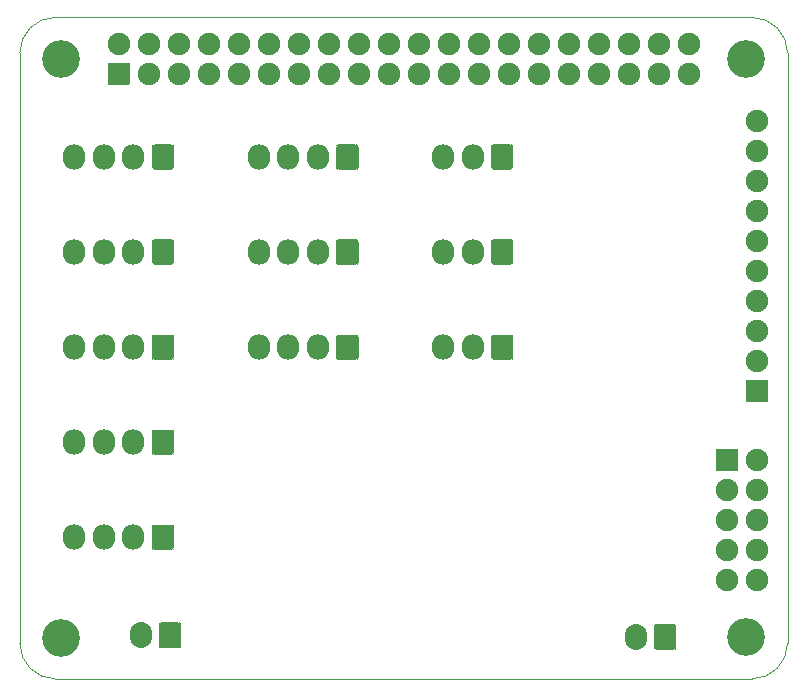
<source format=gbr>
%TF.GenerationSoftware,KiCad,Pcbnew,(5.1.7)-1*%
%TF.CreationDate,2022-01-16T10:28:54-05:00*%
%TF.ProjectId,reef-piHat,72656566-2d70-4694-9861-742e6b696361,rev?*%
%TF.SameCoordinates,Original*%
%TF.FileFunction,Soldermask,Bot*%
%TF.FilePolarity,Negative*%
%FSLAX46Y46*%
G04 Gerber Fmt 4.6, Leading zero omitted, Abs format (unit mm)*
G04 Created by KiCad (PCBNEW (5.1.7)-1) date 2022-01-16 10:28:54*
%MOMM*%
%LPD*%
G01*
G04 APERTURE LIST*
%TA.AperFunction,Profile*%
%ADD10C,0.100000*%
%TD*%
%ADD11O,1.900000X1.900000*%
%ADD12O,1.900000X2.200000*%
%ADD13O,1.900000X2.150000*%
%ADD14C,3.200000*%
%ADD15C,0.100000*%
G04 APERTURE END LIST*
D10*
X78546356Y-63817611D02*
X78546356Y-113817611D01*
X78546356Y-63817611D02*
G75*
G02*
X81546356Y-60817611I3000000J0D01*
G01*
X140546356Y-60817611D02*
X81546356Y-60817611D01*
X140546356Y-60817611D02*
G75*
G02*
X143546356Y-63817611I0J-3000000D01*
G01*
X143546356Y-113817611D02*
X143546356Y-63817611D01*
X81546356Y-116817611D02*
G75*
G02*
X78546356Y-113817611I0J3000000D01*
G01*
X81546356Y-116817611D02*
X140546356Y-116817611D01*
X143546351Y-113822847D02*
G75*
G02*
X140546356Y-116817611I-2999995J5236D01*
G01*
X78546356Y-63817611D02*
X78546356Y-113817611D01*
X78546356Y-63817611D02*
G75*
G02*
X81546356Y-60817611I3000000J0D01*
G01*
X140546356Y-60817611D02*
X81546356Y-60817611D01*
X140546356Y-60817611D02*
G75*
G02*
X143546356Y-63817611I0J-3000000D01*
G01*
X143546356Y-113817611D02*
X143546356Y-63817611D01*
X81546356Y-116817611D02*
G75*
G02*
X78546356Y-113817611I0J3000000D01*
G01*
X81546356Y-116817611D02*
X140546356Y-116817611D01*
X143546351Y-113822847D02*
G75*
G02*
X140546356Y-116817611I-2999995J5236D01*
G01*
G36*
G01*
X137480000Y-99148000D02*
X137480000Y-97448000D01*
G75*
G02*
X137580000Y-97348000I100000J0D01*
G01*
X139280000Y-97348000D01*
G75*
G02*
X139380000Y-97448000I0J-100000D01*
G01*
X139380000Y-99148000D01*
G75*
G02*
X139280000Y-99248000I-100000J0D01*
G01*
X137580000Y-99248000D01*
G75*
G02*
X137480000Y-99148000I0J100000D01*
G01*
G37*
D11*
X140970000Y-98298000D03*
X138430000Y-100838000D03*
X140970000Y-100838000D03*
X138430000Y-103378000D03*
X140970000Y-103378000D03*
X138430000Y-105918000D03*
X140970000Y-105918000D03*
X138430000Y-108458000D03*
X140970000Y-108458000D03*
D12*
X130690000Y-113270000D03*
G36*
G01*
X134140000Y-112449300D02*
X134140000Y-114090700D01*
G75*
G02*
X133860700Y-114370000I-279300J0D01*
G01*
X132519300Y-114370000D01*
G75*
G02*
X132240000Y-114090700I0J279300D01*
G01*
X132240000Y-112449300D01*
G75*
G02*
X132519300Y-112170000I279300J0D01*
G01*
X133860700Y-112170000D01*
G75*
G02*
X134140000Y-112449300I0J-279300D01*
G01*
G37*
X88770000Y-113140000D03*
G36*
G01*
X92220000Y-112319300D02*
X92220000Y-113960700D01*
G75*
G02*
X91940700Y-114240000I-279300J0D01*
G01*
X90599300Y-114240000D01*
G75*
G02*
X90320000Y-113960700I0J279300D01*
G01*
X90320000Y-112319300D01*
G75*
G02*
X90599300Y-112040000I279300J0D01*
G01*
X91940700Y-112040000D01*
G75*
G02*
X92220000Y-112319300I0J-279300D01*
G01*
G37*
D13*
X114380000Y-80692625D03*
X116880000Y-80692625D03*
G36*
G01*
X120330000Y-79897036D02*
X120330000Y-81488214D01*
G75*
G02*
X120050589Y-81767625I-279411J0D01*
G01*
X118709411Y-81767625D01*
G75*
G02*
X118430000Y-81488214I0J279411D01*
G01*
X118430000Y-79897036D01*
G75*
G02*
X118709411Y-79617625I279411J0D01*
G01*
X120050589Y-79617625D01*
G75*
G02*
X120330000Y-79897036I0J-279411D01*
G01*
G37*
G36*
G01*
X91614183Y-104042911D02*
X91614183Y-105634089D01*
G75*
G02*
X91334772Y-105913500I-279411J0D01*
G01*
X89993594Y-105913500D01*
G75*
G02*
X89714183Y-105634089I0J279411D01*
G01*
X89714183Y-104042911D01*
G75*
G02*
X89993594Y-103763500I279411J0D01*
G01*
X91334772Y-103763500D01*
G75*
G02*
X91614183Y-104042911I0J-279411D01*
G01*
G37*
X88164183Y-104838500D03*
X85664183Y-104838500D03*
X83164183Y-104838500D03*
G36*
G01*
X86070000Y-64640000D02*
X87770000Y-64640000D01*
G75*
G02*
X87870000Y-64740000I0J-100000D01*
G01*
X87870000Y-66440000D01*
G75*
G02*
X87770000Y-66540000I-100000J0D01*
G01*
X86070000Y-66540000D01*
G75*
G02*
X85970000Y-66440000I0J100000D01*
G01*
X85970000Y-64740000D01*
G75*
G02*
X86070000Y-64640000I100000J0D01*
G01*
G37*
D11*
X86920000Y-63050000D03*
X89460000Y-65590000D03*
X89460000Y-63050000D03*
X92000000Y-65590000D03*
X92000000Y-63050000D03*
X94540000Y-65590000D03*
X94540000Y-63050000D03*
X97080000Y-65590000D03*
X97080000Y-63050000D03*
X99620000Y-65590000D03*
X99620000Y-63050000D03*
X102160000Y-65590000D03*
X102160000Y-63050000D03*
X104700000Y-65590000D03*
X104700000Y-63050000D03*
X107240000Y-65590000D03*
X107240000Y-63050000D03*
X109780000Y-65590000D03*
X109780000Y-63050000D03*
X112320000Y-65590000D03*
X112320000Y-63050000D03*
X114860000Y-65590000D03*
X114860000Y-63050000D03*
X117400000Y-65590000D03*
X117400000Y-63050000D03*
X119940000Y-65590000D03*
X119940000Y-63050000D03*
X122480000Y-65590000D03*
X122480000Y-63050000D03*
X125020000Y-65590000D03*
X125020000Y-63050000D03*
X127560000Y-65590000D03*
X127560000Y-63050000D03*
X130100000Y-65590000D03*
X130100000Y-63050000D03*
X132640000Y-65590000D03*
X132640000Y-63050000D03*
X135180000Y-65590000D03*
X135180000Y-63050000D03*
D14*
X82040000Y-64310000D03*
X140040000Y-64330000D03*
X82040000Y-113320000D03*
X140030000Y-113310000D03*
D13*
X98772091Y-88741250D03*
X101272091Y-88741250D03*
X103772091Y-88741250D03*
G36*
G01*
X107222091Y-87945661D02*
X107222091Y-89536839D01*
G75*
G02*
X106942680Y-89816250I-279411J0D01*
G01*
X105601502Y-89816250D01*
G75*
G02*
X105322091Y-89536839I0J279411D01*
G01*
X105322091Y-87945661D01*
G75*
G02*
X105601502Y-87666250I279411J0D01*
G01*
X106942680Y-87666250D01*
G75*
G02*
X107222091Y-87945661I0J-279411D01*
G01*
G37*
G36*
G01*
X91614183Y-95994286D02*
X91614183Y-97585464D01*
G75*
G02*
X91334772Y-97864875I-279411J0D01*
G01*
X89993594Y-97864875D01*
G75*
G02*
X89714183Y-97585464I0J279411D01*
G01*
X89714183Y-95994286D01*
G75*
G02*
X89993594Y-95714875I279411J0D01*
G01*
X91334772Y-95714875D01*
G75*
G02*
X91614183Y-95994286I0J-279411D01*
G01*
G37*
X88164183Y-96789875D03*
X85664183Y-96789875D03*
X83164183Y-96789875D03*
G36*
G01*
X107222091Y-71848411D02*
X107222091Y-73439589D01*
G75*
G02*
X106942680Y-73719000I-279411J0D01*
G01*
X105601502Y-73719000D01*
G75*
G02*
X105322091Y-73439589I0J279411D01*
G01*
X105322091Y-71848411D01*
G75*
G02*
X105601502Y-71569000I279411J0D01*
G01*
X106942680Y-71569000D01*
G75*
G02*
X107222091Y-71848411I0J-279411D01*
G01*
G37*
X103772091Y-72644000D03*
X101272091Y-72644000D03*
X98772091Y-72644000D03*
X98772091Y-80692625D03*
X101272091Y-80692625D03*
X103772091Y-80692625D03*
G36*
G01*
X107222091Y-79897036D02*
X107222091Y-81488214D01*
G75*
G02*
X106942680Y-81767625I-279411J0D01*
G01*
X105601502Y-81767625D01*
G75*
G02*
X105322091Y-81488214I0J279411D01*
G01*
X105322091Y-79897036D01*
G75*
G02*
X105601502Y-79617625I279411J0D01*
G01*
X106942680Y-79617625D01*
G75*
G02*
X107222091Y-79897036I0J-279411D01*
G01*
G37*
G36*
G01*
X91614183Y-71848411D02*
X91614183Y-73439589D01*
G75*
G02*
X91334772Y-73719000I-279411J0D01*
G01*
X89993594Y-73719000D01*
G75*
G02*
X89714183Y-73439589I0J279411D01*
G01*
X89714183Y-71848411D01*
G75*
G02*
X89993594Y-71569000I279411J0D01*
G01*
X91334772Y-71569000D01*
G75*
G02*
X91614183Y-71848411I0J-279411D01*
G01*
G37*
X88164183Y-72644000D03*
X85664183Y-72644000D03*
X83164183Y-72644000D03*
X83164183Y-80692625D03*
X85664183Y-80692625D03*
X88164183Y-80692625D03*
G36*
G01*
X91614183Y-79897036D02*
X91614183Y-81488214D01*
G75*
G02*
X91334772Y-81767625I-279411J0D01*
G01*
X89993594Y-81767625D01*
G75*
G02*
X89714183Y-81488214I0J279411D01*
G01*
X89714183Y-79897036D01*
G75*
G02*
X89993594Y-79617625I279411J0D01*
G01*
X91334772Y-79617625D01*
G75*
G02*
X91614183Y-79897036I0J-279411D01*
G01*
G37*
G36*
G01*
X120330000Y-71848411D02*
X120330000Y-73439589D01*
G75*
G02*
X120050589Y-73719000I-279411J0D01*
G01*
X118709411Y-73719000D01*
G75*
G02*
X118430000Y-73439589I0J279411D01*
G01*
X118430000Y-71848411D01*
G75*
G02*
X118709411Y-71569000I279411J0D01*
G01*
X120050589Y-71569000D01*
G75*
G02*
X120330000Y-71848411I0J-279411D01*
G01*
G37*
X116880000Y-72644000D03*
X114380000Y-72644000D03*
G36*
G01*
X120330000Y-87945661D02*
X120330000Y-89536839D01*
G75*
G02*
X120050589Y-89816250I-279411J0D01*
G01*
X118709411Y-89816250D01*
G75*
G02*
X118430000Y-89536839I0J279411D01*
G01*
X118430000Y-87945661D01*
G75*
G02*
X118709411Y-87666250I279411J0D01*
G01*
X120050589Y-87666250D01*
G75*
G02*
X120330000Y-87945661I0J-279411D01*
G01*
G37*
X116880000Y-88741250D03*
X114380000Y-88741250D03*
G36*
G01*
X141920000Y-91606000D02*
X141920000Y-93306000D01*
G75*
G02*
X141820000Y-93406000I-100000J0D01*
G01*
X140120000Y-93406000D01*
G75*
G02*
X140020000Y-93306000I0J100000D01*
G01*
X140020000Y-91606000D01*
G75*
G02*
X140120000Y-91506000I100000J0D01*
G01*
X141820000Y-91506000D01*
G75*
G02*
X141920000Y-91606000I0J-100000D01*
G01*
G37*
D11*
X140970000Y-89916000D03*
X140970000Y-87376000D03*
X140970000Y-84836000D03*
X140970000Y-82296000D03*
X140970000Y-79756000D03*
X140970000Y-77216000D03*
X140970000Y-74676000D03*
X140970000Y-72136000D03*
X140970000Y-69596000D03*
G36*
G01*
X91614183Y-87945661D02*
X91614183Y-89536839D01*
G75*
G02*
X91334772Y-89816250I-279411J0D01*
G01*
X89993594Y-89816250D01*
G75*
G02*
X89714183Y-89536839I0J279411D01*
G01*
X89714183Y-87945661D01*
G75*
G02*
X89993594Y-87666250I279411J0D01*
G01*
X91334772Y-87666250D01*
G75*
G02*
X91614183Y-87945661I0J-279411D01*
G01*
G37*
D13*
X88164183Y-88741250D03*
X85664183Y-88741250D03*
X83164183Y-88741250D03*
D15*
G36*
X132241990Y-114090504D02*
G01*
X132247337Y-114144794D01*
X132263117Y-114196814D01*
X132288742Y-114244755D01*
X132323226Y-114286774D01*
X132365245Y-114321258D01*
X132413186Y-114346883D01*
X132465206Y-114362663D01*
X132519496Y-114368010D01*
X132521122Y-114369175D01*
X132520926Y-114371165D01*
X132519300Y-114372000D01*
X132437190Y-114372000D01*
X132436994Y-114371990D01*
X132393702Y-114367726D01*
X132393317Y-114367650D01*
X132357588Y-114356812D01*
X132357226Y-114356662D01*
X132324301Y-114339063D01*
X132323975Y-114338845D01*
X132295116Y-114315161D01*
X132294839Y-114314884D01*
X132271155Y-114286025D01*
X132270937Y-114285699D01*
X132253338Y-114252774D01*
X132253188Y-114252412D01*
X132242350Y-114216683D01*
X132242274Y-114216298D01*
X132238010Y-114173006D01*
X132238000Y-114172810D01*
X132238000Y-114090700D01*
X132239000Y-114088968D01*
X132241000Y-114088968D01*
X132241990Y-114090504D01*
G37*
G36*
X134141165Y-114089074D02*
G01*
X134142000Y-114090700D01*
X134142000Y-114172810D01*
X134141990Y-114173006D01*
X134137726Y-114216298D01*
X134137650Y-114216683D01*
X134126812Y-114252412D01*
X134126662Y-114252774D01*
X134109063Y-114285699D01*
X134108845Y-114286025D01*
X134085161Y-114314884D01*
X134084884Y-114315161D01*
X134056025Y-114338845D01*
X134055699Y-114339063D01*
X134022774Y-114356662D01*
X134022412Y-114356812D01*
X133986683Y-114367650D01*
X133986298Y-114367726D01*
X133943006Y-114371990D01*
X133942810Y-114372000D01*
X133860700Y-114372000D01*
X133858968Y-114371000D01*
X133858968Y-114369000D01*
X133860504Y-114368010D01*
X133914794Y-114362663D01*
X133966814Y-114346883D01*
X134014755Y-114321258D01*
X134056774Y-114286774D01*
X134091258Y-114244755D01*
X134116883Y-114196814D01*
X134132663Y-114144794D01*
X134138010Y-114090504D01*
X134139175Y-114088878D01*
X134141165Y-114089074D01*
G37*
G36*
X92221165Y-113959074D02*
G01*
X92222000Y-113960700D01*
X92222000Y-114042810D01*
X92221990Y-114043006D01*
X92217726Y-114086298D01*
X92217650Y-114086683D01*
X92206812Y-114122412D01*
X92206662Y-114122774D01*
X92189063Y-114155699D01*
X92188845Y-114156025D01*
X92165161Y-114184884D01*
X92164884Y-114185161D01*
X92136025Y-114208845D01*
X92135699Y-114209063D01*
X92102774Y-114226662D01*
X92102412Y-114226812D01*
X92066683Y-114237650D01*
X92066298Y-114237726D01*
X92023006Y-114241990D01*
X92022810Y-114242000D01*
X91940700Y-114242000D01*
X91938968Y-114241000D01*
X91938968Y-114239000D01*
X91940504Y-114238010D01*
X91994794Y-114232663D01*
X92046814Y-114216883D01*
X92094755Y-114191258D01*
X92136774Y-114156774D01*
X92171258Y-114114755D01*
X92196883Y-114066814D01*
X92212663Y-114014794D01*
X92218010Y-113960504D01*
X92219175Y-113958878D01*
X92221165Y-113959074D01*
G37*
G36*
X90321990Y-113960504D02*
G01*
X90327337Y-114014794D01*
X90343117Y-114066814D01*
X90368742Y-114114755D01*
X90403226Y-114156774D01*
X90445245Y-114191258D01*
X90493186Y-114216883D01*
X90545206Y-114232663D01*
X90599496Y-114238010D01*
X90601122Y-114239175D01*
X90600926Y-114241165D01*
X90599300Y-114242000D01*
X90517190Y-114242000D01*
X90516994Y-114241990D01*
X90473702Y-114237726D01*
X90473317Y-114237650D01*
X90437588Y-114226812D01*
X90437226Y-114226662D01*
X90404301Y-114209063D01*
X90403975Y-114208845D01*
X90375116Y-114185161D01*
X90374839Y-114184884D01*
X90351155Y-114156025D01*
X90350937Y-114155699D01*
X90333338Y-114122774D01*
X90333188Y-114122412D01*
X90322350Y-114086683D01*
X90322274Y-114086298D01*
X90318010Y-114043006D01*
X90318000Y-114042810D01*
X90318000Y-113960700D01*
X90319000Y-113958968D01*
X90321000Y-113958968D01*
X90321990Y-113960504D01*
G37*
G36*
X132521032Y-112169000D02*
G01*
X132521032Y-112171000D01*
X132519496Y-112171990D01*
X132465206Y-112177337D01*
X132413186Y-112193117D01*
X132365245Y-112218742D01*
X132323226Y-112253226D01*
X132288742Y-112295245D01*
X132263117Y-112343186D01*
X132247337Y-112395206D01*
X132241990Y-112449496D01*
X132240825Y-112451122D01*
X132238835Y-112450926D01*
X132238000Y-112449300D01*
X132238000Y-112367190D01*
X132238010Y-112366994D01*
X132242274Y-112323702D01*
X132242350Y-112323317D01*
X132253188Y-112287588D01*
X132253338Y-112287226D01*
X132270937Y-112254301D01*
X132271155Y-112253975D01*
X132294839Y-112225116D01*
X132295116Y-112224839D01*
X132323975Y-112201155D01*
X132324301Y-112200937D01*
X132357226Y-112183338D01*
X132357588Y-112183188D01*
X132393317Y-112172350D01*
X132393702Y-112172274D01*
X132436994Y-112168010D01*
X132437190Y-112168000D01*
X132519300Y-112168000D01*
X132521032Y-112169000D01*
G37*
G36*
X133943006Y-112168010D02*
G01*
X133986298Y-112172274D01*
X133986683Y-112172350D01*
X134022412Y-112183188D01*
X134022774Y-112183338D01*
X134055699Y-112200937D01*
X134056025Y-112201155D01*
X134084884Y-112224839D01*
X134085161Y-112225116D01*
X134108845Y-112253975D01*
X134109063Y-112254301D01*
X134126662Y-112287226D01*
X134126812Y-112287588D01*
X134137650Y-112323317D01*
X134137726Y-112323702D01*
X134141990Y-112366994D01*
X134142000Y-112367190D01*
X134142000Y-112449300D01*
X134141000Y-112451032D01*
X134139000Y-112451032D01*
X134138010Y-112449496D01*
X134132663Y-112395206D01*
X134116883Y-112343186D01*
X134091258Y-112295245D01*
X134056774Y-112253226D01*
X134014755Y-112218742D01*
X133966814Y-112193117D01*
X133914794Y-112177337D01*
X133860504Y-112171990D01*
X133858878Y-112170825D01*
X133859074Y-112168835D01*
X133860700Y-112168000D01*
X133942810Y-112168000D01*
X133943006Y-112168010D01*
G37*
G36*
X90601032Y-112039000D02*
G01*
X90601032Y-112041000D01*
X90599496Y-112041990D01*
X90545206Y-112047337D01*
X90493186Y-112063117D01*
X90445245Y-112088742D01*
X90403226Y-112123226D01*
X90368742Y-112165245D01*
X90343117Y-112213186D01*
X90327337Y-112265206D01*
X90321990Y-112319496D01*
X90320825Y-112321122D01*
X90318835Y-112320926D01*
X90318000Y-112319300D01*
X90318000Y-112237190D01*
X90318010Y-112236994D01*
X90322274Y-112193702D01*
X90322350Y-112193317D01*
X90333188Y-112157588D01*
X90333338Y-112157226D01*
X90350937Y-112124301D01*
X90351155Y-112123975D01*
X90374839Y-112095116D01*
X90375116Y-112094839D01*
X90403975Y-112071155D01*
X90404301Y-112070937D01*
X90437226Y-112053338D01*
X90437588Y-112053188D01*
X90473317Y-112042350D01*
X90473702Y-112042274D01*
X90516994Y-112038010D01*
X90517190Y-112038000D01*
X90599300Y-112038000D01*
X90601032Y-112039000D01*
G37*
G36*
X92023006Y-112038010D02*
G01*
X92066298Y-112042274D01*
X92066683Y-112042350D01*
X92102412Y-112053188D01*
X92102774Y-112053338D01*
X92135699Y-112070937D01*
X92136025Y-112071155D01*
X92164884Y-112094839D01*
X92165161Y-112095116D01*
X92188845Y-112123975D01*
X92189063Y-112124301D01*
X92206662Y-112157226D01*
X92206812Y-112157588D01*
X92217650Y-112193317D01*
X92217726Y-112193702D01*
X92221990Y-112236994D01*
X92222000Y-112237190D01*
X92222000Y-112319300D01*
X92221000Y-112321032D01*
X92219000Y-112321032D01*
X92218010Y-112319496D01*
X92212663Y-112265206D01*
X92196883Y-112213186D01*
X92171258Y-112165245D01*
X92136774Y-112123226D01*
X92094755Y-112088742D01*
X92046814Y-112063117D01*
X91994794Y-112047337D01*
X91940504Y-112041990D01*
X91938878Y-112040825D01*
X91939074Y-112038835D01*
X91940700Y-112038000D01*
X92022810Y-112038000D01*
X92023006Y-112038010D01*
G37*
G36*
X89716173Y-105633893D02*
G01*
X89721522Y-105688204D01*
X89737309Y-105740246D01*
X89762943Y-105788205D01*
X89797442Y-105830241D01*
X89839478Y-105864740D01*
X89887437Y-105890374D01*
X89939479Y-105906161D01*
X89993790Y-105911510D01*
X89995416Y-105912675D01*
X89995220Y-105914665D01*
X89993594Y-105915500D01*
X89911500Y-105915500D01*
X89911304Y-105915490D01*
X89867987Y-105911224D01*
X89867602Y-105911148D01*
X89831848Y-105900302D01*
X89831486Y-105900152D01*
X89798542Y-105882543D01*
X89798216Y-105882325D01*
X89769336Y-105858624D01*
X89769059Y-105858347D01*
X89745358Y-105829467D01*
X89745140Y-105829141D01*
X89727531Y-105796197D01*
X89727381Y-105795835D01*
X89716535Y-105760081D01*
X89716459Y-105759696D01*
X89712193Y-105716379D01*
X89712183Y-105716183D01*
X89712183Y-105634089D01*
X89713183Y-105632357D01*
X89715183Y-105632357D01*
X89716173Y-105633893D01*
G37*
G36*
X91615348Y-105632463D02*
G01*
X91616183Y-105634089D01*
X91616183Y-105716183D01*
X91616173Y-105716379D01*
X91611907Y-105759696D01*
X91611831Y-105760081D01*
X91600985Y-105795835D01*
X91600835Y-105796197D01*
X91583226Y-105829141D01*
X91583008Y-105829467D01*
X91559307Y-105858347D01*
X91559030Y-105858624D01*
X91530150Y-105882325D01*
X91529824Y-105882543D01*
X91496880Y-105900152D01*
X91496518Y-105900302D01*
X91460764Y-105911148D01*
X91460379Y-105911224D01*
X91417062Y-105915490D01*
X91416866Y-105915500D01*
X91334772Y-105915500D01*
X91333040Y-105914500D01*
X91333040Y-105912500D01*
X91334576Y-105911510D01*
X91388887Y-105906161D01*
X91440929Y-105890374D01*
X91488888Y-105864740D01*
X91530924Y-105830241D01*
X91565423Y-105788205D01*
X91591057Y-105740246D01*
X91606844Y-105688204D01*
X91612193Y-105633893D01*
X91613358Y-105632267D01*
X91615348Y-105632463D01*
G37*
G36*
X89995326Y-103762500D02*
G01*
X89995326Y-103764500D01*
X89993790Y-103765490D01*
X89939479Y-103770839D01*
X89887437Y-103786626D01*
X89839478Y-103812260D01*
X89797442Y-103846759D01*
X89762943Y-103888795D01*
X89737309Y-103936754D01*
X89721522Y-103988796D01*
X89716173Y-104043107D01*
X89715008Y-104044733D01*
X89713018Y-104044537D01*
X89712183Y-104042911D01*
X89712183Y-103960817D01*
X89712193Y-103960621D01*
X89716459Y-103917304D01*
X89716535Y-103916919D01*
X89727381Y-103881165D01*
X89727531Y-103880803D01*
X89745140Y-103847859D01*
X89745358Y-103847533D01*
X89769059Y-103818653D01*
X89769336Y-103818376D01*
X89798216Y-103794675D01*
X89798542Y-103794457D01*
X89831486Y-103776848D01*
X89831848Y-103776698D01*
X89867602Y-103765852D01*
X89867987Y-103765776D01*
X89911304Y-103761510D01*
X89911500Y-103761500D01*
X89993594Y-103761500D01*
X89995326Y-103762500D01*
G37*
G36*
X91417062Y-103761510D02*
G01*
X91460379Y-103765776D01*
X91460764Y-103765852D01*
X91496518Y-103776698D01*
X91496880Y-103776848D01*
X91529824Y-103794457D01*
X91530150Y-103794675D01*
X91559030Y-103818376D01*
X91559307Y-103818653D01*
X91583008Y-103847533D01*
X91583226Y-103847859D01*
X91600835Y-103880803D01*
X91600985Y-103881165D01*
X91611831Y-103916919D01*
X91611907Y-103917304D01*
X91616173Y-103960621D01*
X91616183Y-103960817D01*
X91616183Y-104042911D01*
X91615183Y-104044643D01*
X91613183Y-104044643D01*
X91612193Y-104043107D01*
X91606844Y-103988796D01*
X91591057Y-103936754D01*
X91565423Y-103888795D01*
X91530924Y-103846759D01*
X91488888Y-103812260D01*
X91440929Y-103786626D01*
X91388887Y-103770839D01*
X91334576Y-103765490D01*
X91332950Y-103764325D01*
X91333146Y-103762335D01*
X91334772Y-103761500D01*
X91416866Y-103761500D01*
X91417062Y-103761510D01*
G37*
G36*
X91615348Y-97583838D02*
G01*
X91616183Y-97585464D01*
X91616183Y-97667558D01*
X91616173Y-97667754D01*
X91611907Y-97711071D01*
X91611831Y-97711456D01*
X91600985Y-97747210D01*
X91600835Y-97747572D01*
X91583226Y-97780516D01*
X91583008Y-97780842D01*
X91559307Y-97809722D01*
X91559030Y-97809999D01*
X91530150Y-97833700D01*
X91529824Y-97833918D01*
X91496880Y-97851527D01*
X91496518Y-97851677D01*
X91460764Y-97862523D01*
X91460379Y-97862599D01*
X91417062Y-97866865D01*
X91416866Y-97866875D01*
X91334772Y-97866875D01*
X91333040Y-97865875D01*
X91333040Y-97863875D01*
X91334576Y-97862885D01*
X91388887Y-97857536D01*
X91440929Y-97841749D01*
X91488888Y-97816115D01*
X91530924Y-97781616D01*
X91565423Y-97739580D01*
X91591057Y-97691621D01*
X91606844Y-97639579D01*
X91612193Y-97585268D01*
X91613358Y-97583642D01*
X91615348Y-97583838D01*
G37*
G36*
X89716173Y-97585268D02*
G01*
X89721522Y-97639579D01*
X89737309Y-97691621D01*
X89762943Y-97739580D01*
X89797442Y-97781616D01*
X89839478Y-97816115D01*
X89887437Y-97841749D01*
X89939479Y-97857536D01*
X89993790Y-97862885D01*
X89995416Y-97864050D01*
X89995220Y-97866040D01*
X89993594Y-97866875D01*
X89911500Y-97866875D01*
X89911304Y-97866865D01*
X89867987Y-97862599D01*
X89867602Y-97862523D01*
X89831848Y-97851677D01*
X89831486Y-97851527D01*
X89798542Y-97833918D01*
X89798216Y-97833700D01*
X89769336Y-97809999D01*
X89769059Y-97809722D01*
X89745358Y-97780842D01*
X89745140Y-97780516D01*
X89727531Y-97747572D01*
X89727381Y-97747210D01*
X89716535Y-97711456D01*
X89716459Y-97711071D01*
X89712193Y-97667754D01*
X89712183Y-97667558D01*
X89712183Y-97585464D01*
X89713183Y-97583732D01*
X89715183Y-97583732D01*
X89716173Y-97585268D01*
G37*
G36*
X89995326Y-95713875D02*
G01*
X89995326Y-95715875D01*
X89993790Y-95716865D01*
X89939479Y-95722214D01*
X89887437Y-95738001D01*
X89839478Y-95763635D01*
X89797442Y-95798134D01*
X89762943Y-95840170D01*
X89737309Y-95888129D01*
X89721522Y-95940171D01*
X89716173Y-95994482D01*
X89715008Y-95996108D01*
X89713018Y-95995912D01*
X89712183Y-95994286D01*
X89712183Y-95912192D01*
X89712193Y-95911996D01*
X89716459Y-95868679D01*
X89716535Y-95868294D01*
X89727381Y-95832540D01*
X89727531Y-95832178D01*
X89745140Y-95799234D01*
X89745358Y-95798908D01*
X89769059Y-95770028D01*
X89769336Y-95769751D01*
X89798216Y-95746050D01*
X89798542Y-95745832D01*
X89831486Y-95728223D01*
X89831848Y-95728073D01*
X89867602Y-95717227D01*
X89867987Y-95717151D01*
X89911304Y-95712885D01*
X89911500Y-95712875D01*
X89993594Y-95712875D01*
X89995326Y-95713875D01*
G37*
G36*
X91417062Y-95712885D02*
G01*
X91460379Y-95717151D01*
X91460764Y-95717227D01*
X91496518Y-95728073D01*
X91496880Y-95728223D01*
X91529824Y-95745832D01*
X91530150Y-95746050D01*
X91559030Y-95769751D01*
X91559307Y-95770028D01*
X91583008Y-95798908D01*
X91583226Y-95799234D01*
X91600835Y-95832178D01*
X91600985Y-95832540D01*
X91611831Y-95868294D01*
X91611907Y-95868679D01*
X91616173Y-95911996D01*
X91616183Y-95912192D01*
X91616183Y-95994286D01*
X91615183Y-95996018D01*
X91613183Y-95996018D01*
X91612193Y-95994482D01*
X91606844Y-95940171D01*
X91591057Y-95888129D01*
X91565423Y-95840170D01*
X91530924Y-95798134D01*
X91488888Y-95763635D01*
X91440929Y-95738001D01*
X91388887Y-95722214D01*
X91334576Y-95716865D01*
X91332950Y-95715700D01*
X91333146Y-95713710D01*
X91334772Y-95712875D01*
X91416866Y-95712875D01*
X91417062Y-95712885D01*
G37*
G36*
X120331165Y-89535213D02*
G01*
X120332000Y-89536839D01*
X120332000Y-89618933D01*
X120331990Y-89619129D01*
X120327724Y-89662446D01*
X120327648Y-89662831D01*
X120316802Y-89698585D01*
X120316652Y-89698947D01*
X120299043Y-89731891D01*
X120298825Y-89732217D01*
X120275124Y-89761097D01*
X120274847Y-89761374D01*
X120245967Y-89785075D01*
X120245641Y-89785293D01*
X120212697Y-89802902D01*
X120212335Y-89803052D01*
X120176581Y-89813898D01*
X120176196Y-89813974D01*
X120132879Y-89818240D01*
X120132683Y-89818250D01*
X120050589Y-89818250D01*
X120048857Y-89817250D01*
X120048857Y-89815250D01*
X120050393Y-89814260D01*
X120104704Y-89808911D01*
X120156746Y-89793124D01*
X120204705Y-89767490D01*
X120246741Y-89732991D01*
X120281240Y-89690955D01*
X120306874Y-89642996D01*
X120322661Y-89590954D01*
X120328010Y-89536643D01*
X120329175Y-89535017D01*
X120331165Y-89535213D01*
G37*
G36*
X91615348Y-89535213D02*
G01*
X91616183Y-89536839D01*
X91616183Y-89618933D01*
X91616173Y-89619129D01*
X91611907Y-89662446D01*
X91611831Y-89662831D01*
X91600985Y-89698585D01*
X91600835Y-89698947D01*
X91583226Y-89731891D01*
X91583008Y-89732217D01*
X91559307Y-89761097D01*
X91559030Y-89761374D01*
X91530150Y-89785075D01*
X91529824Y-89785293D01*
X91496880Y-89802902D01*
X91496518Y-89803052D01*
X91460764Y-89813898D01*
X91460379Y-89813974D01*
X91417062Y-89818240D01*
X91416866Y-89818250D01*
X91334772Y-89818250D01*
X91333040Y-89817250D01*
X91333040Y-89815250D01*
X91334576Y-89814260D01*
X91388887Y-89808911D01*
X91440929Y-89793124D01*
X91488888Y-89767490D01*
X91530924Y-89732991D01*
X91565423Y-89690955D01*
X91591057Y-89642996D01*
X91606844Y-89590954D01*
X91612193Y-89536643D01*
X91613358Y-89535017D01*
X91615348Y-89535213D01*
G37*
G36*
X107223256Y-89535213D02*
G01*
X107224091Y-89536839D01*
X107224091Y-89618933D01*
X107224081Y-89619129D01*
X107219815Y-89662446D01*
X107219739Y-89662831D01*
X107208893Y-89698585D01*
X107208743Y-89698947D01*
X107191134Y-89731891D01*
X107190916Y-89732217D01*
X107167215Y-89761097D01*
X107166938Y-89761374D01*
X107138058Y-89785075D01*
X107137732Y-89785293D01*
X107104788Y-89802902D01*
X107104426Y-89803052D01*
X107068672Y-89813898D01*
X107068287Y-89813974D01*
X107024970Y-89818240D01*
X107024774Y-89818250D01*
X106942680Y-89818250D01*
X106940948Y-89817250D01*
X106940948Y-89815250D01*
X106942484Y-89814260D01*
X106996795Y-89808911D01*
X107048837Y-89793124D01*
X107096796Y-89767490D01*
X107138832Y-89732991D01*
X107173331Y-89690955D01*
X107198965Y-89642996D01*
X107214752Y-89590954D01*
X107220101Y-89536643D01*
X107221266Y-89535017D01*
X107223256Y-89535213D01*
G37*
G36*
X118431990Y-89536643D02*
G01*
X118437339Y-89590954D01*
X118453126Y-89642996D01*
X118478760Y-89690955D01*
X118513259Y-89732991D01*
X118555295Y-89767490D01*
X118603254Y-89793124D01*
X118655296Y-89808911D01*
X118709607Y-89814260D01*
X118711233Y-89815425D01*
X118711037Y-89817415D01*
X118709411Y-89818250D01*
X118627317Y-89818250D01*
X118627121Y-89818240D01*
X118583804Y-89813974D01*
X118583419Y-89813898D01*
X118547665Y-89803052D01*
X118547303Y-89802902D01*
X118514359Y-89785293D01*
X118514033Y-89785075D01*
X118485153Y-89761374D01*
X118484876Y-89761097D01*
X118461175Y-89732217D01*
X118460957Y-89731891D01*
X118443348Y-89698947D01*
X118443198Y-89698585D01*
X118432352Y-89662831D01*
X118432276Y-89662446D01*
X118428010Y-89619129D01*
X118428000Y-89618933D01*
X118428000Y-89536839D01*
X118429000Y-89535107D01*
X118431000Y-89535107D01*
X118431990Y-89536643D01*
G37*
G36*
X89716173Y-89536643D02*
G01*
X89721522Y-89590954D01*
X89737309Y-89642996D01*
X89762943Y-89690955D01*
X89797442Y-89732991D01*
X89839478Y-89767490D01*
X89887437Y-89793124D01*
X89939479Y-89808911D01*
X89993790Y-89814260D01*
X89995416Y-89815425D01*
X89995220Y-89817415D01*
X89993594Y-89818250D01*
X89911500Y-89818250D01*
X89911304Y-89818240D01*
X89867987Y-89813974D01*
X89867602Y-89813898D01*
X89831848Y-89803052D01*
X89831486Y-89802902D01*
X89798542Y-89785293D01*
X89798216Y-89785075D01*
X89769336Y-89761374D01*
X89769059Y-89761097D01*
X89745358Y-89732217D01*
X89745140Y-89731891D01*
X89727531Y-89698947D01*
X89727381Y-89698585D01*
X89716535Y-89662831D01*
X89716459Y-89662446D01*
X89712193Y-89619129D01*
X89712183Y-89618933D01*
X89712183Y-89536839D01*
X89713183Y-89535107D01*
X89715183Y-89535107D01*
X89716173Y-89536643D01*
G37*
G36*
X105324081Y-89536643D02*
G01*
X105329430Y-89590954D01*
X105345217Y-89642996D01*
X105370851Y-89690955D01*
X105405350Y-89732991D01*
X105447386Y-89767490D01*
X105495345Y-89793124D01*
X105547387Y-89808911D01*
X105601698Y-89814260D01*
X105603324Y-89815425D01*
X105603128Y-89817415D01*
X105601502Y-89818250D01*
X105519408Y-89818250D01*
X105519212Y-89818240D01*
X105475895Y-89813974D01*
X105475510Y-89813898D01*
X105439756Y-89803052D01*
X105439394Y-89802902D01*
X105406450Y-89785293D01*
X105406124Y-89785075D01*
X105377244Y-89761374D01*
X105376967Y-89761097D01*
X105353266Y-89732217D01*
X105353048Y-89731891D01*
X105335439Y-89698947D01*
X105335289Y-89698585D01*
X105324443Y-89662831D01*
X105324367Y-89662446D01*
X105320101Y-89619129D01*
X105320091Y-89618933D01*
X105320091Y-89536839D01*
X105321091Y-89535107D01*
X105323091Y-89535107D01*
X105324081Y-89536643D01*
G37*
G36*
X89995326Y-87665250D02*
G01*
X89995326Y-87667250D01*
X89993790Y-87668240D01*
X89939479Y-87673589D01*
X89887437Y-87689376D01*
X89839478Y-87715010D01*
X89797442Y-87749509D01*
X89762943Y-87791545D01*
X89737309Y-87839504D01*
X89721522Y-87891546D01*
X89716173Y-87945857D01*
X89715008Y-87947483D01*
X89713018Y-87947287D01*
X89712183Y-87945661D01*
X89712183Y-87863567D01*
X89712193Y-87863371D01*
X89716459Y-87820054D01*
X89716535Y-87819669D01*
X89727381Y-87783915D01*
X89727531Y-87783553D01*
X89745140Y-87750609D01*
X89745358Y-87750283D01*
X89769059Y-87721403D01*
X89769336Y-87721126D01*
X89798216Y-87697425D01*
X89798542Y-87697207D01*
X89831486Y-87679598D01*
X89831848Y-87679448D01*
X89867602Y-87668602D01*
X89867987Y-87668526D01*
X89911304Y-87664260D01*
X89911500Y-87664250D01*
X89993594Y-87664250D01*
X89995326Y-87665250D01*
G37*
G36*
X105603234Y-87665250D02*
G01*
X105603234Y-87667250D01*
X105601698Y-87668240D01*
X105547387Y-87673589D01*
X105495345Y-87689376D01*
X105447386Y-87715010D01*
X105405350Y-87749509D01*
X105370851Y-87791545D01*
X105345217Y-87839504D01*
X105329430Y-87891546D01*
X105324081Y-87945857D01*
X105322916Y-87947483D01*
X105320926Y-87947287D01*
X105320091Y-87945661D01*
X105320091Y-87863567D01*
X105320101Y-87863371D01*
X105324367Y-87820054D01*
X105324443Y-87819669D01*
X105335289Y-87783915D01*
X105335439Y-87783553D01*
X105353048Y-87750609D01*
X105353266Y-87750283D01*
X105376967Y-87721403D01*
X105377244Y-87721126D01*
X105406124Y-87697425D01*
X105406450Y-87697207D01*
X105439394Y-87679598D01*
X105439756Y-87679448D01*
X105475510Y-87668602D01*
X105475895Y-87668526D01*
X105519212Y-87664260D01*
X105519408Y-87664250D01*
X105601502Y-87664250D01*
X105603234Y-87665250D01*
G37*
G36*
X118711143Y-87665250D02*
G01*
X118711143Y-87667250D01*
X118709607Y-87668240D01*
X118655296Y-87673589D01*
X118603254Y-87689376D01*
X118555295Y-87715010D01*
X118513259Y-87749509D01*
X118478760Y-87791545D01*
X118453126Y-87839504D01*
X118437339Y-87891546D01*
X118431990Y-87945857D01*
X118430825Y-87947483D01*
X118428835Y-87947287D01*
X118428000Y-87945661D01*
X118428000Y-87863567D01*
X118428010Y-87863371D01*
X118432276Y-87820054D01*
X118432352Y-87819669D01*
X118443198Y-87783915D01*
X118443348Y-87783553D01*
X118460957Y-87750609D01*
X118461175Y-87750283D01*
X118484876Y-87721403D01*
X118485153Y-87721126D01*
X118514033Y-87697425D01*
X118514359Y-87697207D01*
X118547303Y-87679598D01*
X118547665Y-87679448D01*
X118583419Y-87668602D01*
X118583804Y-87668526D01*
X118627121Y-87664260D01*
X118627317Y-87664250D01*
X118709411Y-87664250D01*
X118711143Y-87665250D01*
G37*
G36*
X120132879Y-87664260D02*
G01*
X120176196Y-87668526D01*
X120176581Y-87668602D01*
X120212335Y-87679448D01*
X120212697Y-87679598D01*
X120245641Y-87697207D01*
X120245967Y-87697425D01*
X120274847Y-87721126D01*
X120275124Y-87721403D01*
X120298825Y-87750283D01*
X120299043Y-87750609D01*
X120316652Y-87783553D01*
X120316802Y-87783915D01*
X120327648Y-87819669D01*
X120327724Y-87820054D01*
X120331990Y-87863371D01*
X120332000Y-87863567D01*
X120332000Y-87945661D01*
X120331000Y-87947393D01*
X120329000Y-87947393D01*
X120328010Y-87945857D01*
X120322661Y-87891546D01*
X120306874Y-87839504D01*
X120281240Y-87791545D01*
X120246741Y-87749509D01*
X120204705Y-87715010D01*
X120156746Y-87689376D01*
X120104704Y-87673589D01*
X120050393Y-87668240D01*
X120048767Y-87667075D01*
X120048963Y-87665085D01*
X120050589Y-87664250D01*
X120132683Y-87664250D01*
X120132879Y-87664260D01*
G37*
G36*
X107024970Y-87664260D02*
G01*
X107068287Y-87668526D01*
X107068672Y-87668602D01*
X107104426Y-87679448D01*
X107104788Y-87679598D01*
X107137732Y-87697207D01*
X107138058Y-87697425D01*
X107166938Y-87721126D01*
X107167215Y-87721403D01*
X107190916Y-87750283D01*
X107191134Y-87750609D01*
X107208743Y-87783553D01*
X107208893Y-87783915D01*
X107219739Y-87819669D01*
X107219815Y-87820054D01*
X107224081Y-87863371D01*
X107224091Y-87863567D01*
X107224091Y-87945661D01*
X107223091Y-87947393D01*
X107221091Y-87947393D01*
X107220101Y-87945857D01*
X107214752Y-87891546D01*
X107198965Y-87839504D01*
X107173331Y-87791545D01*
X107138832Y-87749509D01*
X107096796Y-87715010D01*
X107048837Y-87689376D01*
X106996795Y-87673589D01*
X106942484Y-87668240D01*
X106940858Y-87667075D01*
X106941054Y-87665085D01*
X106942680Y-87664250D01*
X107024774Y-87664250D01*
X107024970Y-87664260D01*
G37*
G36*
X91417062Y-87664260D02*
G01*
X91460379Y-87668526D01*
X91460764Y-87668602D01*
X91496518Y-87679448D01*
X91496880Y-87679598D01*
X91529824Y-87697207D01*
X91530150Y-87697425D01*
X91559030Y-87721126D01*
X91559307Y-87721403D01*
X91583008Y-87750283D01*
X91583226Y-87750609D01*
X91600835Y-87783553D01*
X91600985Y-87783915D01*
X91611831Y-87819669D01*
X91611907Y-87820054D01*
X91616173Y-87863371D01*
X91616183Y-87863567D01*
X91616183Y-87945661D01*
X91615183Y-87947393D01*
X91613183Y-87947393D01*
X91612193Y-87945857D01*
X91606844Y-87891546D01*
X91591057Y-87839504D01*
X91565423Y-87791545D01*
X91530924Y-87749509D01*
X91488888Y-87715010D01*
X91440929Y-87689376D01*
X91388887Y-87673589D01*
X91334576Y-87668240D01*
X91332950Y-87667075D01*
X91333146Y-87665085D01*
X91334772Y-87664250D01*
X91416866Y-87664250D01*
X91417062Y-87664260D01*
G37*
G36*
X120331165Y-81486588D02*
G01*
X120332000Y-81488214D01*
X120332000Y-81570308D01*
X120331990Y-81570504D01*
X120327724Y-81613821D01*
X120327648Y-81614206D01*
X120316802Y-81649960D01*
X120316652Y-81650322D01*
X120299043Y-81683266D01*
X120298825Y-81683592D01*
X120275124Y-81712472D01*
X120274847Y-81712749D01*
X120245967Y-81736450D01*
X120245641Y-81736668D01*
X120212697Y-81754277D01*
X120212335Y-81754427D01*
X120176581Y-81765273D01*
X120176196Y-81765349D01*
X120132879Y-81769615D01*
X120132683Y-81769625D01*
X120050589Y-81769625D01*
X120048857Y-81768625D01*
X120048857Y-81766625D01*
X120050393Y-81765635D01*
X120104704Y-81760286D01*
X120156746Y-81744499D01*
X120204705Y-81718865D01*
X120246741Y-81684366D01*
X120281240Y-81642330D01*
X120306874Y-81594371D01*
X120322661Y-81542329D01*
X120328010Y-81488018D01*
X120329175Y-81486392D01*
X120331165Y-81486588D01*
G37*
G36*
X107223256Y-81486588D02*
G01*
X107224091Y-81488214D01*
X107224091Y-81570308D01*
X107224081Y-81570504D01*
X107219815Y-81613821D01*
X107219739Y-81614206D01*
X107208893Y-81649960D01*
X107208743Y-81650322D01*
X107191134Y-81683266D01*
X107190916Y-81683592D01*
X107167215Y-81712472D01*
X107166938Y-81712749D01*
X107138058Y-81736450D01*
X107137732Y-81736668D01*
X107104788Y-81754277D01*
X107104426Y-81754427D01*
X107068672Y-81765273D01*
X107068287Y-81765349D01*
X107024970Y-81769615D01*
X107024774Y-81769625D01*
X106942680Y-81769625D01*
X106940948Y-81768625D01*
X106940948Y-81766625D01*
X106942484Y-81765635D01*
X106996795Y-81760286D01*
X107048837Y-81744499D01*
X107096796Y-81718865D01*
X107138832Y-81684366D01*
X107173331Y-81642330D01*
X107198965Y-81594371D01*
X107214752Y-81542329D01*
X107220101Y-81488018D01*
X107221266Y-81486392D01*
X107223256Y-81486588D01*
G37*
G36*
X118431990Y-81488018D02*
G01*
X118437339Y-81542329D01*
X118453126Y-81594371D01*
X118478760Y-81642330D01*
X118513259Y-81684366D01*
X118555295Y-81718865D01*
X118603254Y-81744499D01*
X118655296Y-81760286D01*
X118709607Y-81765635D01*
X118711233Y-81766800D01*
X118711037Y-81768790D01*
X118709411Y-81769625D01*
X118627317Y-81769625D01*
X118627121Y-81769615D01*
X118583804Y-81765349D01*
X118583419Y-81765273D01*
X118547665Y-81754427D01*
X118547303Y-81754277D01*
X118514359Y-81736668D01*
X118514033Y-81736450D01*
X118485153Y-81712749D01*
X118484876Y-81712472D01*
X118461175Y-81683592D01*
X118460957Y-81683266D01*
X118443348Y-81650322D01*
X118443198Y-81649960D01*
X118432352Y-81614206D01*
X118432276Y-81613821D01*
X118428010Y-81570504D01*
X118428000Y-81570308D01*
X118428000Y-81488214D01*
X118429000Y-81486482D01*
X118431000Y-81486482D01*
X118431990Y-81488018D01*
G37*
G36*
X91615348Y-81486588D02*
G01*
X91616183Y-81488214D01*
X91616183Y-81570308D01*
X91616173Y-81570504D01*
X91611907Y-81613821D01*
X91611831Y-81614206D01*
X91600985Y-81649960D01*
X91600835Y-81650322D01*
X91583226Y-81683266D01*
X91583008Y-81683592D01*
X91559307Y-81712472D01*
X91559030Y-81712749D01*
X91530150Y-81736450D01*
X91529824Y-81736668D01*
X91496880Y-81754277D01*
X91496518Y-81754427D01*
X91460764Y-81765273D01*
X91460379Y-81765349D01*
X91417062Y-81769615D01*
X91416866Y-81769625D01*
X91334772Y-81769625D01*
X91333040Y-81768625D01*
X91333040Y-81766625D01*
X91334576Y-81765635D01*
X91388887Y-81760286D01*
X91440929Y-81744499D01*
X91488888Y-81718865D01*
X91530924Y-81684366D01*
X91565423Y-81642330D01*
X91591057Y-81594371D01*
X91606844Y-81542329D01*
X91612193Y-81488018D01*
X91613358Y-81486392D01*
X91615348Y-81486588D01*
G37*
G36*
X105324081Y-81488018D02*
G01*
X105329430Y-81542329D01*
X105345217Y-81594371D01*
X105370851Y-81642330D01*
X105405350Y-81684366D01*
X105447386Y-81718865D01*
X105495345Y-81744499D01*
X105547387Y-81760286D01*
X105601698Y-81765635D01*
X105603324Y-81766800D01*
X105603128Y-81768790D01*
X105601502Y-81769625D01*
X105519408Y-81769625D01*
X105519212Y-81769615D01*
X105475895Y-81765349D01*
X105475510Y-81765273D01*
X105439756Y-81754427D01*
X105439394Y-81754277D01*
X105406450Y-81736668D01*
X105406124Y-81736450D01*
X105377244Y-81712749D01*
X105376967Y-81712472D01*
X105353266Y-81683592D01*
X105353048Y-81683266D01*
X105335439Y-81650322D01*
X105335289Y-81649960D01*
X105324443Y-81614206D01*
X105324367Y-81613821D01*
X105320101Y-81570504D01*
X105320091Y-81570308D01*
X105320091Y-81488214D01*
X105321091Y-81486482D01*
X105323091Y-81486482D01*
X105324081Y-81488018D01*
G37*
G36*
X89716173Y-81488018D02*
G01*
X89721522Y-81542329D01*
X89737309Y-81594371D01*
X89762943Y-81642330D01*
X89797442Y-81684366D01*
X89839478Y-81718865D01*
X89887437Y-81744499D01*
X89939479Y-81760286D01*
X89993790Y-81765635D01*
X89995416Y-81766800D01*
X89995220Y-81768790D01*
X89993594Y-81769625D01*
X89911500Y-81769625D01*
X89911304Y-81769615D01*
X89867987Y-81765349D01*
X89867602Y-81765273D01*
X89831848Y-81754427D01*
X89831486Y-81754277D01*
X89798542Y-81736668D01*
X89798216Y-81736450D01*
X89769336Y-81712749D01*
X89769059Y-81712472D01*
X89745358Y-81683592D01*
X89745140Y-81683266D01*
X89727531Y-81650322D01*
X89727381Y-81649960D01*
X89716535Y-81614206D01*
X89716459Y-81613821D01*
X89712193Y-81570504D01*
X89712183Y-81570308D01*
X89712183Y-81488214D01*
X89713183Y-81486482D01*
X89715183Y-81486482D01*
X89716173Y-81488018D01*
G37*
G36*
X118711143Y-79616625D02*
G01*
X118711143Y-79618625D01*
X118709607Y-79619615D01*
X118655296Y-79624964D01*
X118603254Y-79640751D01*
X118555295Y-79666385D01*
X118513259Y-79700884D01*
X118478760Y-79742920D01*
X118453126Y-79790879D01*
X118437339Y-79842921D01*
X118431990Y-79897232D01*
X118430825Y-79898858D01*
X118428835Y-79898662D01*
X118428000Y-79897036D01*
X118428000Y-79814942D01*
X118428010Y-79814746D01*
X118432276Y-79771429D01*
X118432352Y-79771044D01*
X118443198Y-79735290D01*
X118443348Y-79734928D01*
X118460957Y-79701984D01*
X118461175Y-79701658D01*
X118484876Y-79672778D01*
X118485153Y-79672501D01*
X118514033Y-79648800D01*
X118514359Y-79648582D01*
X118547303Y-79630973D01*
X118547665Y-79630823D01*
X118583419Y-79619977D01*
X118583804Y-79619901D01*
X118627121Y-79615635D01*
X118627317Y-79615625D01*
X118709411Y-79615625D01*
X118711143Y-79616625D01*
G37*
G36*
X89995326Y-79616625D02*
G01*
X89995326Y-79618625D01*
X89993790Y-79619615D01*
X89939479Y-79624964D01*
X89887437Y-79640751D01*
X89839478Y-79666385D01*
X89797442Y-79700884D01*
X89762943Y-79742920D01*
X89737309Y-79790879D01*
X89721522Y-79842921D01*
X89716173Y-79897232D01*
X89715008Y-79898858D01*
X89713018Y-79898662D01*
X89712183Y-79897036D01*
X89712183Y-79814942D01*
X89712193Y-79814746D01*
X89716459Y-79771429D01*
X89716535Y-79771044D01*
X89727381Y-79735290D01*
X89727531Y-79734928D01*
X89745140Y-79701984D01*
X89745358Y-79701658D01*
X89769059Y-79672778D01*
X89769336Y-79672501D01*
X89798216Y-79648800D01*
X89798542Y-79648582D01*
X89831486Y-79630973D01*
X89831848Y-79630823D01*
X89867602Y-79619977D01*
X89867987Y-79619901D01*
X89911304Y-79615635D01*
X89911500Y-79615625D01*
X89993594Y-79615625D01*
X89995326Y-79616625D01*
G37*
G36*
X105603234Y-79616625D02*
G01*
X105603234Y-79618625D01*
X105601698Y-79619615D01*
X105547387Y-79624964D01*
X105495345Y-79640751D01*
X105447386Y-79666385D01*
X105405350Y-79700884D01*
X105370851Y-79742920D01*
X105345217Y-79790879D01*
X105329430Y-79842921D01*
X105324081Y-79897232D01*
X105322916Y-79898858D01*
X105320926Y-79898662D01*
X105320091Y-79897036D01*
X105320091Y-79814942D01*
X105320101Y-79814746D01*
X105324367Y-79771429D01*
X105324443Y-79771044D01*
X105335289Y-79735290D01*
X105335439Y-79734928D01*
X105353048Y-79701984D01*
X105353266Y-79701658D01*
X105376967Y-79672778D01*
X105377244Y-79672501D01*
X105406124Y-79648800D01*
X105406450Y-79648582D01*
X105439394Y-79630973D01*
X105439756Y-79630823D01*
X105475510Y-79619977D01*
X105475895Y-79619901D01*
X105519212Y-79615635D01*
X105519408Y-79615625D01*
X105601502Y-79615625D01*
X105603234Y-79616625D01*
G37*
G36*
X120132879Y-79615635D02*
G01*
X120176196Y-79619901D01*
X120176581Y-79619977D01*
X120212335Y-79630823D01*
X120212697Y-79630973D01*
X120245641Y-79648582D01*
X120245967Y-79648800D01*
X120274847Y-79672501D01*
X120275124Y-79672778D01*
X120298825Y-79701658D01*
X120299043Y-79701984D01*
X120316652Y-79734928D01*
X120316802Y-79735290D01*
X120327648Y-79771044D01*
X120327724Y-79771429D01*
X120331990Y-79814746D01*
X120332000Y-79814942D01*
X120332000Y-79897036D01*
X120331000Y-79898768D01*
X120329000Y-79898768D01*
X120328010Y-79897232D01*
X120322661Y-79842921D01*
X120306874Y-79790879D01*
X120281240Y-79742920D01*
X120246741Y-79700884D01*
X120204705Y-79666385D01*
X120156746Y-79640751D01*
X120104704Y-79624964D01*
X120050393Y-79619615D01*
X120048767Y-79618450D01*
X120048963Y-79616460D01*
X120050589Y-79615625D01*
X120132683Y-79615625D01*
X120132879Y-79615635D01*
G37*
G36*
X91417062Y-79615635D02*
G01*
X91460379Y-79619901D01*
X91460764Y-79619977D01*
X91496518Y-79630823D01*
X91496880Y-79630973D01*
X91529824Y-79648582D01*
X91530150Y-79648800D01*
X91559030Y-79672501D01*
X91559307Y-79672778D01*
X91583008Y-79701658D01*
X91583226Y-79701984D01*
X91600835Y-79734928D01*
X91600985Y-79735290D01*
X91611831Y-79771044D01*
X91611907Y-79771429D01*
X91616173Y-79814746D01*
X91616183Y-79814942D01*
X91616183Y-79897036D01*
X91615183Y-79898768D01*
X91613183Y-79898768D01*
X91612193Y-79897232D01*
X91606844Y-79842921D01*
X91591057Y-79790879D01*
X91565423Y-79742920D01*
X91530924Y-79700884D01*
X91488888Y-79666385D01*
X91440929Y-79640751D01*
X91388887Y-79624964D01*
X91334576Y-79619615D01*
X91332950Y-79618450D01*
X91333146Y-79616460D01*
X91334772Y-79615625D01*
X91416866Y-79615625D01*
X91417062Y-79615635D01*
G37*
G36*
X107024970Y-79615635D02*
G01*
X107068287Y-79619901D01*
X107068672Y-79619977D01*
X107104426Y-79630823D01*
X107104788Y-79630973D01*
X107137732Y-79648582D01*
X107138058Y-79648800D01*
X107166938Y-79672501D01*
X107167215Y-79672778D01*
X107190916Y-79701658D01*
X107191134Y-79701984D01*
X107208743Y-79734928D01*
X107208893Y-79735290D01*
X107219739Y-79771044D01*
X107219815Y-79771429D01*
X107224081Y-79814746D01*
X107224091Y-79814942D01*
X107224091Y-79897036D01*
X107223091Y-79898768D01*
X107221091Y-79898768D01*
X107220101Y-79897232D01*
X107214752Y-79842921D01*
X107198965Y-79790879D01*
X107173331Y-79742920D01*
X107138832Y-79700884D01*
X107096796Y-79666385D01*
X107048837Y-79640751D01*
X106996795Y-79624964D01*
X106942484Y-79619615D01*
X106940858Y-79618450D01*
X106941054Y-79616460D01*
X106942680Y-79615625D01*
X107024774Y-79615625D01*
X107024970Y-79615635D01*
G37*
G36*
X118431990Y-73439393D02*
G01*
X118437339Y-73493704D01*
X118453126Y-73545746D01*
X118478760Y-73593705D01*
X118513259Y-73635741D01*
X118555295Y-73670240D01*
X118603254Y-73695874D01*
X118655296Y-73711661D01*
X118709607Y-73717010D01*
X118711233Y-73718175D01*
X118711037Y-73720165D01*
X118709411Y-73721000D01*
X118627317Y-73721000D01*
X118627121Y-73720990D01*
X118583804Y-73716724D01*
X118583419Y-73716648D01*
X118547665Y-73705802D01*
X118547303Y-73705652D01*
X118514359Y-73688043D01*
X118514033Y-73687825D01*
X118485153Y-73664124D01*
X118484876Y-73663847D01*
X118461175Y-73634967D01*
X118460957Y-73634641D01*
X118443348Y-73601697D01*
X118443198Y-73601335D01*
X118432352Y-73565581D01*
X118432276Y-73565196D01*
X118428010Y-73521879D01*
X118428000Y-73521683D01*
X118428000Y-73439589D01*
X118429000Y-73437857D01*
X118431000Y-73437857D01*
X118431990Y-73439393D01*
G37*
G36*
X89716173Y-73439393D02*
G01*
X89721522Y-73493704D01*
X89737309Y-73545746D01*
X89762943Y-73593705D01*
X89797442Y-73635741D01*
X89839478Y-73670240D01*
X89887437Y-73695874D01*
X89939479Y-73711661D01*
X89993790Y-73717010D01*
X89995416Y-73718175D01*
X89995220Y-73720165D01*
X89993594Y-73721000D01*
X89911500Y-73721000D01*
X89911304Y-73720990D01*
X89867987Y-73716724D01*
X89867602Y-73716648D01*
X89831848Y-73705802D01*
X89831486Y-73705652D01*
X89798542Y-73688043D01*
X89798216Y-73687825D01*
X89769336Y-73664124D01*
X89769059Y-73663847D01*
X89745358Y-73634967D01*
X89745140Y-73634641D01*
X89727531Y-73601697D01*
X89727381Y-73601335D01*
X89716535Y-73565581D01*
X89716459Y-73565196D01*
X89712193Y-73521879D01*
X89712183Y-73521683D01*
X89712183Y-73439589D01*
X89713183Y-73437857D01*
X89715183Y-73437857D01*
X89716173Y-73439393D01*
G37*
G36*
X91615348Y-73437963D02*
G01*
X91616183Y-73439589D01*
X91616183Y-73521683D01*
X91616173Y-73521879D01*
X91611907Y-73565196D01*
X91611831Y-73565581D01*
X91600985Y-73601335D01*
X91600835Y-73601697D01*
X91583226Y-73634641D01*
X91583008Y-73634967D01*
X91559307Y-73663847D01*
X91559030Y-73664124D01*
X91530150Y-73687825D01*
X91529824Y-73688043D01*
X91496880Y-73705652D01*
X91496518Y-73705802D01*
X91460764Y-73716648D01*
X91460379Y-73716724D01*
X91417062Y-73720990D01*
X91416866Y-73721000D01*
X91334772Y-73721000D01*
X91333040Y-73720000D01*
X91333040Y-73718000D01*
X91334576Y-73717010D01*
X91388887Y-73711661D01*
X91440929Y-73695874D01*
X91488888Y-73670240D01*
X91530924Y-73635741D01*
X91565423Y-73593705D01*
X91591057Y-73545746D01*
X91606844Y-73493704D01*
X91612193Y-73439393D01*
X91613358Y-73437767D01*
X91615348Y-73437963D01*
G37*
G36*
X107223256Y-73437963D02*
G01*
X107224091Y-73439589D01*
X107224091Y-73521683D01*
X107224081Y-73521879D01*
X107219815Y-73565196D01*
X107219739Y-73565581D01*
X107208893Y-73601335D01*
X107208743Y-73601697D01*
X107191134Y-73634641D01*
X107190916Y-73634967D01*
X107167215Y-73663847D01*
X107166938Y-73664124D01*
X107138058Y-73687825D01*
X107137732Y-73688043D01*
X107104788Y-73705652D01*
X107104426Y-73705802D01*
X107068672Y-73716648D01*
X107068287Y-73716724D01*
X107024970Y-73720990D01*
X107024774Y-73721000D01*
X106942680Y-73721000D01*
X106940948Y-73720000D01*
X106940948Y-73718000D01*
X106942484Y-73717010D01*
X106996795Y-73711661D01*
X107048837Y-73695874D01*
X107096796Y-73670240D01*
X107138832Y-73635741D01*
X107173331Y-73593705D01*
X107198965Y-73545746D01*
X107214752Y-73493704D01*
X107220101Y-73439393D01*
X107221266Y-73437767D01*
X107223256Y-73437963D01*
G37*
G36*
X120331165Y-73437963D02*
G01*
X120332000Y-73439589D01*
X120332000Y-73521683D01*
X120331990Y-73521879D01*
X120327724Y-73565196D01*
X120327648Y-73565581D01*
X120316802Y-73601335D01*
X120316652Y-73601697D01*
X120299043Y-73634641D01*
X120298825Y-73634967D01*
X120275124Y-73663847D01*
X120274847Y-73664124D01*
X120245967Y-73687825D01*
X120245641Y-73688043D01*
X120212697Y-73705652D01*
X120212335Y-73705802D01*
X120176581Y-73716648D01*
X120176196Y-73716724D01*
X120132879Y-73720990D01*
X120132683Y-73721000D01*
X120050589Y-73721000D01*
X120048857Y-73720000D01*
X120048857Y-73718000D01*
X120050393Y-73717010D01*
X120104704Y-73711661D01*
X120156746Y-73695874D01*
X120204705Y-73670240D01*
X120246741Y-73635741D01*
X120281240Y-73593705D01*
X120306874Y-73545746D01*
X120322661Y-73493704D01*
X120328010Y-73439393D01*
X120329175Y-73437767D01*
X120331165Y-73437963D01*
G37*
G36*
X105324081Y-73439393D02*
G01*
X105329430Y-73493704D01*
X105345217Y-73545746D01*
X105370851Y-73593705D01*
X105405350Y-73635741D01*
X105447386Y-73670240D01*
X105495345Y-73695874D01*
X105547387Y-73711661D01*
X105601698Y-73717010D01*
X105603324Y-73718175D01*
X105603128Y-73720165D01*
X105601502Y-73721000D01*
X105519408Y-73721000D01*
X105519212Y-73720990D01*
X105475895Y-73716724D01*
X105475510Y-73716648D01*
X105439756Y-73705802D01*
X105439394Y-73705652D01*
X105406450Y-73688043D01*
X105406124Y-73687825D01*
X105377244Y-73664124D01*
X105376967Y-73663847D01*
X105353266Y-73634967D01*
X105353048Y-73634641D01*
X105335439Y-73601697D01*
X105335289Y-73601335D01*
X105324443Y-73565581D01*
X105324367Y-73565196D01*
X105320101Y-73521879D01*
X105320091Y-73521683D01*
X105320091Y-73439589D01*
X105321091Y-73437857D01*
X105323091Y-73437857D01*
X105324081Y-73439393D01*
G37*
G36*
X89995326Y-71568000D02*
G01*
X89995326Y-71570000D01*
X89993790Y-71570990D01*
X89939479Y-71576339D01*
X89887437Y-71592126D01*
X89839478Y-71617760D01*
X89797442Y-71652259D01*
X89762943Y-71694295D01*
X89737309Y-71742254D01*
X89721522Y-71794296D01*
X89716173Y-71848607D01*
X89715008Y-71850233D01*
X89713018Y-71850037D01*
X89712183Y-71848411D01*
X89712183Y-71766317D01*
X89712193Y-71766121D01*
X89716459Y-71722804D01*
X89716535Y-71722419D01*
X89727381Y-71686665D01*
X89727531Y-71686303D01*
X89745140Y-71653359D01*
X89745358Y-71653033D01*
X89769059Y-71624153D01*
X89769336Y-71623876D01*
X89798216Y-71600175D01*
X89798542Y-71599957D01*
X89831486Y-71582348D01*
X89831848Y-71582198D01*
X89867602Y-71571352D01*
X89867987Y-71571276D01*
X89911304Y-71567010D01*
X89911500Y-71567000D01*
X89993594Y-71567000D01*
X89995326Y-71568000D01*
G37*
G36*
X105603234Y-71568000D02*
G01*
X105603234Y-71570000D01*
X105601698Y-71570990D01*
X105547387Y-71576339D01*
X105495345Y-71592126D01*
X105447386Y-71617760D01*
X105405350Y-71652259D01*
X105370851Y-71694295D01*
X105345217Y-71742254D01*
X105329430Y-71794296D01*
X105324081Y-71848607D01*
X105322916Y-71850233D01*
X105320926Y-71850037D01*
X105320091Y-71848411D01*
X105320091Y-71766317D01*
X105320101Y-71766121D01*
X105324367Y-71722804D01*
X105324443Y-71722419D01*
X105335289Y-71686665D01*
X105335439Y-71686303D01*
X105353048Y-71653359D01*
X105353266Y-71653033D01*
X105376967Y-71624153D01*
X105377244Y-71623876D01*
X105406124Y-71600175D01*
X105406450Y-71599957D01*
X105439394Y-71582348D01*
X105439756Y-71582198D01*
X105475510Y-71571352D01*
X105475895Y-71571276D01*
X105519212Y-71567010D01*
X105519408Y-71567000D01*
X105601502Y-71567000D01*
X105603234Y-71568000D01*
G37*
G36*
X118711143Y-71568000D02*
G01*
X118711143Y-71570000D01*
X118709607Y-71570990D01*
X118655296Y-71576339D01*
X118603254Y-71592126D01*
X118555295Y-71617760D01*
X118513259Y-71652259D01*
X118478760Y-71694295D01*
X118453126Y-71742254D01*
X118437339Y-71794296D01*
X118431990Y-71848607D01*
X118430825Y-71850233D01*
X118428835Y-71850037D01*
X118428000Y-71848411D01*
X118428000Y-71766317D01*
X118428010Y-71766121D01*
X118432276Y-71722804D01*
X118432352Y-71722419D01*
X118443198Y-71686665D01*
X118443348Y-71686303D01*
X118460957Y-71653359D01*
X118461175Y-71653033D01*
X118484876Y-71624153D01*
X118485153Y-71623876D01*
X118514033Y-71600175D01*
X118514359Y-71599957D01*
X118547303Y-71582348D01*
X118547665Y-71582198D01*
X118583419Y-71571352D01*
X118583804Y-71571276D01*
X118627121Y-71567010D01*
X118627317Y-71567000D01*
X118709411Y-71567000D01*
X118711143Y-71568000D01*
G37*
G36*
X91417062Y-71567010D02*
G01*
X91460379Y-71571276D01*
X91460764Y-71571352D01*
X91496518Y-71582198D01*
X91496880Y-71582348D01*
X91529824Y-71599957D01*
X91530150Y-71600175D01*
X91559030Y-71623876D01*
X91559307Y-71624153D01*
X91583008Y-71653033D01*
X91583226Y-71653359D01*
X91600835Y-71686303D01*
X91600985Y-71686665D01*
X91611831Y-71722419D01*
X91611907Y-71722804D01*
X91616173Y-71766121D01*
X91616183Y-71766317D01*
X91616183Y-71848411D01*
X91615183Y-71850143D01*
X91613183Y-71850143D01*
X91612193Y-71848607D01*
X91606844Y-71794296D01*
X91591057Y-71742254D01*
X91565423Y-71694295D01*
X91530924Y-71652259D01*
X91488888Y-71617760D01*
X91440929Y-71592126D01*
X91388887Y-71576339D01*
X91334576Y-71570990D01*
X91332950Y-71569825D01*
X91333146Y-71567835D01*
X91334772Y-71567000D01*
X91416866Y-71567000D01*
X91417062Y-71567010D01*
G37*
G36*
X120132879Y-71567010D02*
G01*
X120176196Y-71571276D01*
X120176581Y-71571352D01*
X120212335Y-71582198D01*
X120212697Y-71582348D01*
X120245641Y-71599957D01*
X120245967Y-71600175D01*
X120274847Y-71623876D01*
X120275124Y-71624153D01*
X120298825Y-71653033D01*
X120299043Y-71653359D01*
X120316652Y-71686303D01*
X120316802Y-71686665D01*
X120327648Y-71722419D01*
X120327724Y-71722804D01*
X120331990Y-71766121D01*
X120332000Y-71766317D01*
X120332000Y-71848411D01*
X120331000Y-71850143D01*
X120329000Y-71850143D01*
X120328010Y-71848607D01*
X120322661Y-71794296D01*
X120306874Y-71742254D01*
X120281240Y-71694295D01*
X120246741Y-71652259D01*
X120204705Y-71617760D01*
X120156746Y-71592126D01*
X120104704Y-71576339D01*
X120050393Y-71570990D01*
X120048767Y-71569825D01*
X120048963Y-71567835D01*
X120050589Y-71567000D01*
X120132683Y-71567000D01*
X120132879Y-71567010D01*
G37*
G36*
X107024970Y-71567010D02*
G01*
X107068287Y-71571276D01*
X107068672Y-71571352D01*
X107104426Y-71582198D01*
X107104788Y-71582348D01*
X107137732Y-71599957D01*
X107138058Y-71600175D01*
X107166938Y-71623876D01*
X107167215Y-71624153D01*
X107190916Y-71653033D01*
X107191134Y-71653359D01*
X107208743Y-71686303D01*
X107208893Y-71686665D01*
X107219739Y-71722419D01*
X107219815Y-71722804D01*
X107224081Y-71766121D01*
X107224091Y-71766317D01*
X107224091Y-71848411D01*
X107223091Y-71850143D01*
X107221091Y-71850143D01*
X107220101Y-71848607D01*
X107214752Y-71794296D01*
X107198965Y-71742254D01*
X107173331Y-71694295D01*
X107138832Y-71652259D01*
X107096796Y-71617760D01*
X107048837Y-71592126D01*
X106996795Y-71576339D01*
X106942484Y-71570990D01*
X106940858Y-71569825D01*
X106941054Y-71567835D01*
X106942680Y-71567000D01*
X107024774Y-71567000D01*
X107024970Y-71567010D01*
G37*
M02*

</source>
